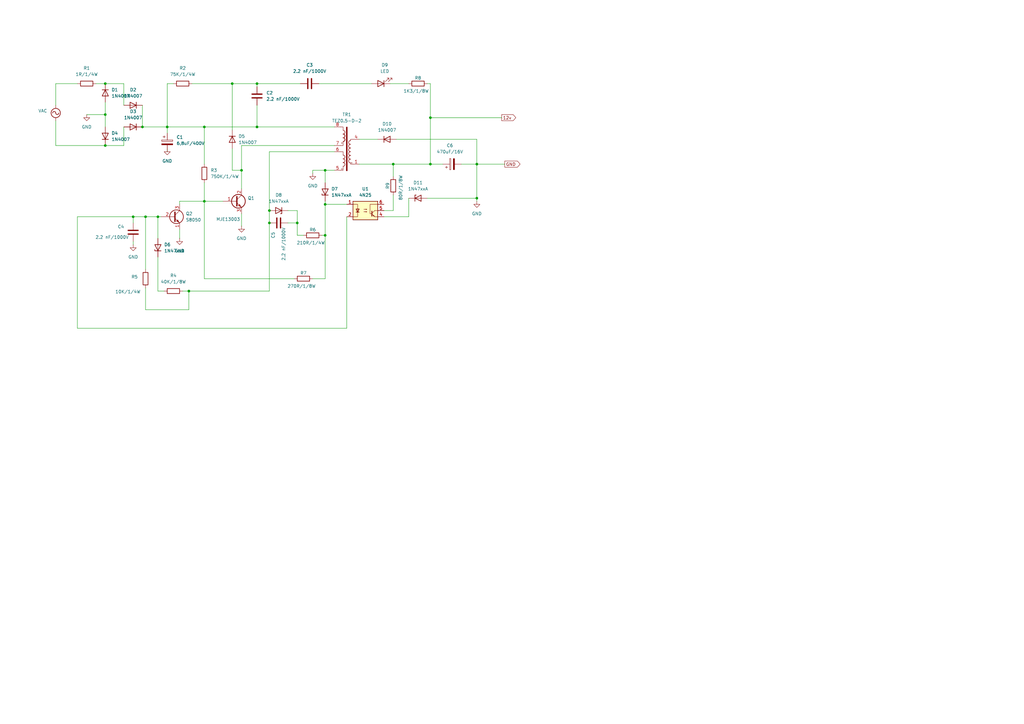
<source format=kicad_sch>
(kicad_sch (version 20231120) (generator "eeschema") (generator_version "8.0")
  (paper "A3")
  (title_block (date "2024-09-10"))
  (lib_symbols
    (symbol "Device:C" (pin_numbers hide) (pin_names (offset 0.254))
      (property "Reference" "C" (at 0.635 2.54 0))
      (property "Value" "C" (at 0.635 -2.54 0))
      (symbol "C_0_1"
        (polyline (pts (xy -2.032 -0.762) (xy 2.032 -0.762)) (stroke (width 0.508)))
        (polyline (pts (xy -2.032 0.762) (xy 2.032 0.762)) (stroke (width 0.508)))
      )
      (symbol "C_1_1"
        (pin passive line (at 0 3.81 270) (length 2.794) (name "~") (number "1"))
        (pin passive line (at 0 -3.81 90) (length 2.794) (name "~") (number "2"))
      )
    )
    (symbol "Device:C_Polarized" (pin_numbers hide) (pin_names (offset 0.254))
      (property "Reference" "C" (at 0.635 2.54 0))
      (property "Value" "C_Polarized" (at 0.635 -2.54 0))
      (symbol "C_Polarized_0_1"
        (rectangle (start -2.286 0.508) (end 2.286 1.016))
        (polyline (pts (xy -1.778 2.286) (xy -0.762 2.286)))
        (polyline (pts (xy -1.27 2.794) (xy -1.27 1.778)))
        (rectangle (start 2.286 -0.508) (end -2.286 -1.016) (fill (type outline)))
      )
      (symbol "C_Polarized_1_1"
        (pin passive line (at 0 3.81 270) (length 2.794) (name "~") (number "1"))
        (pin passive line (at 0 -3.81 90) (length 2.794) (name "~") (number "2"))
      )
    )
    (symbol "Device:LED" (pin_numbers hide) (pin_names (offset 1.016) hide)
      (property "Reference" "D" (at 0 2.54 0))
      (property "Value" "LED" (at 0 -2.54 0))
      (symbol "LED_0_1"
        (polyline (pts (xy -1.27 -1.27) (xy -1.27 1.27)) (stroke (width 0.254)))
        (polyline (pts (xy -1.27 0) (xy 1.27 0)))
        (polyline (pts (xy 1.27 -1.27) (xy 1.27 1.27) (xy -1.27 0) (xy 1.27 -1.27)) (stroke (width 0.254)))
        (polyline (pts (xy -3.048 -0.762) (xy -4.572 -2.286) (xy -3.81 -2.286) (xy -4.572 -2.286) (xy -4.572 -1.524)))
        (polyline (pts (xy -1.778 -0.762) (xy -3.302 -2.286) (xy -2.54 -2.286) (xy -3.302 -2.286) (xy -3.302 -1.524)))
      )
      (symbol "LED_1_1"
        (pin passive line (at -3.81 0 0) (length 2.54) (name "K") (number "1"))
        (pin passive line (at 3.81 0 180) (length 2.54) (name "A") (number "2"))
      )
    )
    (symbol "Device:R" (pin_numbers hide) (pin_names (offset 0))
      (property "Reference" "R" (at 2.032 0 90))
      (property "Value" "R" (at 0 0 90))
      (symbol "R_0_1"
        (rectangle (start -1.016 -2.54) (end 1.016 2.54) (stroke (width 0.254)))
      )
      (symbol "R_1_1"
        (pin passive line (at 0 3.81 270) (length 1.27) (name "~") (number "1"))
        (pin passive line (at 0 -3.81 90) (length 1.27) (name "~") (number "2"))
      )
    )
    (symbol "Diode:1N4007" (pin_numbers hide) (pin_names hide)
      (property "Reference" "D" (at 0 2.54 0))
      (property "Value" "1N4007" (at 0 -2.54 0))
      (symbol "1N4007_0_1"
        (polyline (pts (xy -1.27 1.27) (xy -1.27 -1.27)) (stroke (width 0.254)))
        (polyline (pts (xy 1.27 0) (xy -1.27 0)))
        (polyline (pts (xy 1.27 1.27) (xy 1.27 -1.27) (xy -1.27 0) (xy 1.27 1.27)) (stroke (width 0.254)))
      )
      (symbol "1N4007_1_1"
        (pin passive line (at -3.81 0 0) (length 2.54) (name "K") (number "1"))
        (pin passive line (at 3.81 0 180) (length 2.54) (name "A") (number "2"))
      )
    )
    (symbol "Diode:1N47xxA" (pin_numbers hide) (pin_names hide)
      (property "Reference" "D" (at 0 2.54 0))
      (property "Value" "1N47xxA" (at 0 -2.54 0))
      (symbol "1N47xxA_0_1"
        (polyline (pts (xy 1.27 0) (xy -1.27 0)))
        (polyline (pts (xy -1.27 -1.27) (xy -1.27 1.27) (xy -0.762 1.27)) (stroke (width 0.254)))
        (polyline (pts (xy 1.27 -1.27) (xy 1.27 1.27) (xy -1.27 0) (xy 1.27 -1.27)) (stroke (width 0.254)))
      )
      (symbol "1N47xxA_1_1"
        (pin passive line (at -3.81 0 0) (length 2.54) (name "K") (number "1"))
        (pin passive line (at 3.81 0 180) (length 2.54) (name "A") (number "2"))
      )
    )
    (symbol "Isolator:4N25" (pin_names (offset 1.016))
      (property "Reference" "U" (at -5.08 5.08 0))
      (property "Value" "4N25" (at 0 5.08 0))
      (symbol "4N25_0_1"
        (rectangle (start -5.08 3.81) (end 5.08 -3.81) (stroke (width 0.254)) (fill (type background)))
        (polyline (pts (xy -3.81 -0.635) (xy -2.54 -0.635)) (stroke (width 0.254)))
        (polyline (pts (xy 2.667 -1.397) (xy 3.81 -2.54)))
        (polyline (pts (xy 2.667 -1.143) (xy 3.81 0)))
        (polyline (pts (xy 3.81 -2.54) (xy 5.08 -2.54)))
        (polyline (pts (xy 3.81 0) (xy 5.08 0)))
        (polyline (pts (xy 2.667 -0.254) (xy 2.667 -2.286) (xy 2.667 -2.286)) (stroke (width 0.3556)))
        (polyline (pts (xy -5.08 -2.54) (xy -3.175 -2.54) (xy -3.175 2.54) (xy -5.08 2.54)))
        (polyline (pts (xy -3.175 -0.635) (xy -3.81 0.635) (xy -2.54 0.635) (xy -3.175 -0.635)) (stroke (width 0.254)))
        (polyline (pts (xy 3.683 -2.413) (xy 3.429 -1.905) (xy 3.175 -2.159) (xy 3.683 -2.413)))
        (polyline (pts (xy 5.08 2.54) (xy 1.905 2.54) (xy 1.905 -1.27) (xy 2.54 -1.27)))
        (polyline (pts (xy -0.635 -0.508) (xy 0.635 -0.508) (xy 0.254 -0.635) (xy 0.254 -0.381) (xy 0.635 -0.508)))
        (polyline (pts (xy -0.635 0.508) (xy 0.635 0.508) (xy 0.254 0.381) (xy 0.254 0.635) (xy 0.635 0.508)))
      )
      (symbol "4N25_1_1"
        (pin passive line (at -7.62 2.54 0) (length 2.54) (name "~") (number "1"))
        (pin passive line (at -7.62 -2.54 0) (length 2.54) (name "~") (number "2"))
        (pin no_connect line (at -5.08 0 0) (length 2.54) hide (name "NC") (number "3"))
        (pin passive line (at 7.62 -2.54 180) (length 2.54) (name "~") (number "4"))
        (pin passive line (at 7.62 0 180) (length 2.54) (name "~") (number "5"))
        (pin passive line (at 7.62 2.54 180) (length 2.54) (name "~") (number "6"))
      )
    )
    (symbol "Transformer:TEZ0.5-D-2" (pin_names (offset 0.0254))
      (property "Reference" "TR" (at 0 8.89 0))
      (property "Value" "TEZ0.5-D-2" (at 0 -11.43 0))
      (symbol "TEZ0.5-D-2_0_1"
        (circle (center -2.032 4.572) (radius 0.127))
        (arc (start -1.524 -4.572) (mid -0.7653 -3.81) (end -1.524 -3.048) (stroke (width 0.2032)))
        (arc (start -1.524 -3.048) (mid -0.7653 -2.286) (end -1.524 -1.524) (stroke (width 0.2032)))
        (arc (start -1.524 -1.524) (mid -0.7653 -0.762) (end -1.524 0) (stroke (width 0.2032)))
        (arc (start -1.524 0) (mid -0.7653 0.762) (end -1.524 1.524) (stroke (width 0.2032)))
        (arc (start -1.524 1.524) (mid -0.7653 2.286) (end -1.524 3.048) (stroke (width 0.2032)))
        (arc (start -1.524 3.048) (mid -0.7653 3.81) (end -1.524 4.572) (stroke (width 0.2032)))
        (rectangle (start -0.254 7.874) (end 0.254 -10.16) (stroke (width 0.0254)) (fill (type outline)))
        (polyline (pts (xy -1.524 -4.572) (xy -1.524 -5.08) (xy -2.54 -5.08)))
        (polyline (pts (xy -1.524 4.572) (xy -1.524 5.08) (xy -2.54 5.08)))
        (polyline (pts (xy 1.524 -8.89) (xy 1.524 -10.16) (xy 2.54 -10.16)))
        (polyline (pts (xy 2.54 -2.54) (xy 1.524 -2.54) (xy 1.524 -4.064)))
        (polyline (pts (xy 2.54 0) (xy 1.524 0) (xy 1.524 1.27)))
        (polyline (pts (xy 2.54 7.62) (xy 1.524 7.62) (xy 1.524 6.096)))
        (arc (start 1.524 -7.239) (mid 0.7653 -8.001) (end 1.524 -8.763) (stroke (width 0.2032)))
        (arc (start 1.524 -5.715) (mid 0.7653 -6.477) (end 1.524 -7.239) (stroke (width 0.2032)))
        (arc (start 1.524 -5.715) (mid 0.7653 -6.477) (end 1.524 -7.239) (stroke (width 0.2032)))
        (arc (start 1.524 -4.191) (mid 0.7653 -4.953) (end 1.524 -5.715) (stroke (width 0.2032)))
        (arc (start 1.524 -4.191) (mid 0.7653 -4.953) (end 1.524 -5.715) (stroke (width 0.2032)))
        (arc (start 1.524 2.921) (mid 0.7653 2.159) (end 1.524 1.397) (stroke (width 0.2032)))
        (arc (start 1.524 4.445) (mid 0.7653 3.683) (end 1.524 2.921) (stroke (width 0.2032)))
        (arc (start 1.524 5.969) (mid 0.7653 5.207) (end 1.524 4.445) (stroke (width 0.2032)))
        (circle (center 2.032 -3.556) (radius 0.127))
        (circle (center 2.032 7.112) (radius 0.127))
      )
      (symbol "TEZ0.5-D-2_1_1"
        (pin passive line (at -5.08 5.08 0) (length 2.54) (name "~") (number "1"))
        (pin passive line (at -5.08 -5.08 0) (length 2.54) (name "~") (number "4"))
        (pin passive line (at 5.08 7.62 180) (length 2.54) (name "~") (number "5"))
        (pin passive line (at 5.08 0 180) (length 2.54) (name "~") (number "6"))
        (pin passive line (at 5.08 -2.54 180) (length 2.54) (name "~") (number "7"))
        (pin passive line (at 5.08 -10.16 180) (length 2.54) (name "~") (number "8"))
      )
    )
    (symbol "Transistor_BJT:MJE13003" (pin_names (offset 0) hide)
      (property "Reference" "Q" (at 5.08 1.905 0))
      (property "Value" "MJE13003" (at 5.08 0 0))
      (symbol "MJE13003_0_1"
        (polyline (pts (xy 0 0) (xy 0.635 0)))
        (polyline (pts (xy 2.54 -2.54) (xy 0.635 -0.635)))
        (polyline (pts (xy 2.54 2.54) (xy 0.635 0.635)))
        (polyline (pts (xy 0.635 1.905) (xy 0.635 -1.905) (xy 0.635 -1.905)) (stroke (width 0.508)) (fill (type outline)))
        (polyline (pts (xy 1.2446 -1.778) (xy 1.7526 -1.27) (xy 2.286 -2.286) (xy 1.2446 -1.778) (xy 1.2446 -1.778)) (fill (type outline)))
        (circle (center 1.27 0) (radius 2.8194) (stroke (width 0.3048)))
      )
      (symbol "MJE13003_1_1"
        (pin input line (at -5.08 0 0) (length 5.08) (name "B") (number "1"))
        (pin passive line (at 2.54 5.08 270) (length 2.54) (name "C") (number "2"))
        (pin passive line (at 2.54 -5.08 90) (length 2.54) (name "E") (number "3"))
      )
    )
    (symbol "Transistor_BJT:S8050" (pin_names (offset 0) hide)
      (property "Reference" "Q" (at 5.08 1.905 0))
      (property "Value" "S8050" (at 5.08 0 0))
      (symbol "S8050_0_1"
        (polyline (pts (xy 0 0) (xy 0.635 0)))
        (polyline (pts (xy 0.635 0.635) (xy 2.54 2.54)))
        (polyline (pts (xy 0.635 -0.635) (xy 2.54 -2.54) (xy 2.54 -2.54)))
        (polyline (pts (xy 0.635 1.905) (xy 0.635 -1.905) (xy 0.635 -1.905)) (stroke (width 0.508)))
        (polyline (pts (xy 1.27 -1.778) (xy 1.778 -1.27) (xy 2.286 -2.286) (xy 1.27 -1.778) (xy 1.27 -1.778)) (fill (type outline)))
        (circle (center 1.27 0) (radius 2.8194) (stroke (width 0.254)))
      )
      (symbol "S8050_1_1"
        (pin passive line (at 2.54 -5.08 90) (length 2.54) (name "E") (number "1"))
        (pin input line (at -5.08 0 0) (length 5.08) (name "B") (number "2"))
        (pin passive line (at 2.54 5.08 270) (length 2.54) (name "C") (number "3"))
      )
    )
    (symbol "power:GND" (power) (pin_numbers hide) (pin_names (offset 0) hide)
      (property "Value" "GND" (at 0 -3.81 0))
      (symbol "GND_0_1"
        (polyline (pts (xy 0 0) (xy 0 -1.27) (xy 1.27 -1.27) (xy 0 -2.54) (xy -1.27 -1.27) (xy 0 -1.27)))
      )
      (symbol "GND_1_1"
        (pin power_in line (at 0 0 270) (length 0) (name "~") (number "1"))
      )
    )
    (symbol "power:VAC" (power) (pin_numbers hide) (pin_names (offset 0) hide)
      (property "Value" "VAC" (at 0 7.62 0))
      (symbol "VAC_0_1"
        (polyline (pts (xy 0 0) (xy 0 1.27)))
        (polyline (pts (xy 0 5.08) (xy 0 6.35)))
        (arc (start 0 3.175) (mid -0.635 3.8073) (end -1.27 3.175) (stroke (width 0.254)))
        (arc (start 0 3.175) (mid 0.635 2.5427) (end 1.27 3.175) (stroke (width 0.254)))
        (circle (center 0 3.175) (radius 1.905) (stroke (width 0.254)))
      )
      (symbol "VAC_1_1"
        (pin power_in line (at 0 6.35 270) (length 0) (name "F") (number "1"))
        (pin power_in line (at 0 0 90) (length 0) (name "N") (number "1"))
      )
    )
  )
  (junction (at 95.25 34.29))
  (junction (at 43.18 34.29))
  (junction (at 121.92 91.44))
  (junction (at 58.42 52.07))
  (junction (at 161.29 67.31))
  (junction (at 43.18 59.69))
  (junction (at 43.18 46.99))
  (junction (at 133.35 83.82))
  (junction (at 176.53 67.31))
  (junction (at 54.61 88.9))
  (junction (at 105.41 52.07))
  (junction (at 64.77 88.9))
  (junction (at 195.58 81.28))
  (junction (at 83.82 52.07))
  (junction (at 110.49 91.44))
  (junction (at 68.58 52.07))
  (junction (at 83.82 82.55))
  (junction (at 77.47 119.38))
  (junction (at 133.35 69.85))
  (junction (at 133.35 96.52))
  (junction (at 99.06 69.85))
  (junction (at 176.53 48.26))
  (junction (at 195.58 67.31))
  (junction (at 110.49 86.36))
  (junction (at 105.41 34.29))
  (junction (at 59.69 88.9))
  (wire (pts (xy 161.29 86.36) (xy 157.48 86.36)))
  (wire (pts (xy 99.06 59.69) (xy 137.16 59.69)))
  (wire (pts (xy 181.61 67.31) (xy 176.53 67.31)))
  (wire (pts (xy 59.69 88.9) (xy 54.61 88.9)))
  (wire (pts (xy 71.12 34.29) (xy 68.58 34.29)))
  (wire (pts (xy 43.18 41.91) (xy 43.18 46.99)))
  (wire (pts (xy 105.41 34.29) (xy 95.25 34.29)))
  (wire (pts (xy 22.86 59.69) (xy 43.18 59.69)))
  (wire (pts (xy 54.61 99.06) (xy 54.61 100.33)))
  (wire (pts (xy 128.27 69.85) (xy 133.35 69.85)))
  (wire (pts (xy 77.47 127) (xy 77.47 119.38)))
  (wire (pts (xy 22.86 34.29) (xy 31.75 34.29)))
  (wire (pts (xy 68.58 62.23) (xy 68.58 60.96)))
  (wire (pts (xy 128.27 71.12) (xy 128.27 69.85)))
  (wire (pts (xy 95.25 69.85) (xy 99.06 69.85)))
  (wire (pts (xy 161.29 80.01) (xy 161.29 86.36)))
  (wire (pts (xy 73.66 82.55) (xy 83.82 82.55)))
  (wire (pts (xy 64.77 105.41) (xy 64.77 119.38)))
  (wire (pts (xy 54.61 88.9) (xy 54.61 91.44)))
  (wire (pts (xy 68.58 52.07) (xy 58.42 52.07)))
  (wire (pts (xy 118.11 86.36) (xy 121.92 86.36)))
  (wire (pts (xy 133.35 83.82) (xy 133.35 96.52)))
  (wire (pts (xy 121.92 91.44) (xy 121.92 96.52)))
  (wire (pts (xy 142.24 88.9) (xy 142.24 134.62)))
  (wire (pts (xy 176.53 34.29) (xy 176.53 48.26)))
  (wire (pts (xy 105.41 43.18) (xy 105.41 52.07)))
  (wire (pts (xy 121.92 96.52) (xy 124.46 96.52)))
  (wire (pts (xy 74.93 119.38) (xy 77.47 119.38)))
  (wire (pts (xy 83.82 52.07) (xy 105.41 52.07)))
  (wire (pts (xy 120.65 114.3) (xy 83.82 114.3)))
  (wire (pts (xy 137.16 69.85) (xy 133.35 69.85)))
  (wire (pts (xy 110.49 62.23) (xy 110.49 86.36)))
  (wire (pts (xy 83.82 82.55) (xy 83.82 74.93)))
  (wire (pts (xy 195.58 81.28) (xy 195.58 82.55)))
  (wire (pts (xy 50.8 43.18) (xy 50.8 34.29)))
  (wire (pts (xy 176.53 48.26) (xy 176.53 67.31)))
  (wire (pts (xy 31.75 88.9) (xy 54.61 88.9)))
  (wire (pts (xy 59.69 118.11) (xy 59.69 127)))
  (wire (pts (xy 133.35 96.52) (xy 133.35 114.3)))
  (wire (pts (xy 176.53 48.26) (xy 205.74 48.26)))
  (wire (pts (xy 99.06 59.69) (xy 99.06 69.85)))
  (wire (pts (xy 68.58 52.07) (xy 83.82 52.07)))
  (wire (pts (xy 105.41 34.29) (xy 123.19 34.29)))
  (wire (pts (xy 77.47 119.38) (xy 110.49 119.38)))
  (wire (pts (xy 147.32 67.31) (xy 161.29 67.31)))
  (wire (pts (xy 73.66 93.98) (xy 73.66 97.79)))
  (wire (pts (xy 121.92 91.44) (xy 118.11 91.44)))
  (wire (pts (xy 161.29 67.31) (xy 161.29 72.39)))
  (wire (pts (xy 195.58 57.15) (xy 195.58 67.31)))
  (wire (pts (xy 43.18 46.99) (xy 35.56 46.99)))
  (wire (pts (xy 142.24 83.82) (xy 133.35 83.82)))
  (wire (pts (xy 133.35 96.52) (xy 132.08 96.52)))
  (wire (pts (xy 50.8 52.07) (xy 50.8 59.69)))
  (wire (pts (xy 189.23 67.31) (xy 195.58 67.31)))
  (wire (pts (xy 110.49 62.23) (xy 137.16 62.23)))
  (wire (pts (xy 121.92 86.36) (xy 121.92 91.44)))
  (wire (pts (xy 58.42 43.18) (xy 58.42 52.07)))
  (wire (pts (xy 95.25 34.29) (xy 95.25 53.34)))
  (wire (pts (xy 68.58 52.07) (xy 68.58 54.61)))
  (wire (pts (xy 67.31 119.38) (xy 64.77 119.38)))
  (wire (pts (xy 43.18 34.29) (xy 50.8 34.29)))
  (wire (pts (xy 73.66 83.82) (xy 73.66 82.55)))
  (wire (pts (xy 105.41 52.07) (xy 137.16 52.07)))
  (wire (pts (xy 195.58 67.31) (xy 207.01 67.31)))
  (wire (pts (xy 162.56 57.15) (xy 195.58 57.15)))
  (wire (pts (xy 133.35 83.82) (xy 133.35 82.55)))
  (wire (pts (xy 128.27 114.3) (xy 133.35 114.3)))
  (wire (pts (xy 147.32 57.15) (xy 154.94 57.15)))
  (wire (pts (xy 59.69 127) (xy 77.47 127)))
  (wire (pts (xy 68.58 34.29) (xy 68.58 52.07)))
  (wire (pts (xy 160.02 34.29) (xy 167.64 34.29)))
  (wire (pts (xy 195.58 67.31) (xy 195.58 81.28)))
  (wire (pts (xy 175.26 81.28) (xy 195.58 81.28)))
  (wire (pts (xy 110.49 91.44) (xy 110.49 119.38)))
  (wire (pts (xy 99.06 87.63) (xy 99.06 92.71)))
  (wire (pts (xy 161.29 67.31) (xy 176.53 67.31)))
  (wire (pts (xy 59.69 88.9) (xy 59.69 110.49)))
  (wire (pts (xy 133.35 69.85) (xy 133.35 74.93)))
  (wire (pts (xy 142.24 134.62) (xy 31.75 134.62)))
  (wire (pts (xy 110.49 86.36) (xy 110.49 91.44)))
  (wire (pts (xy 22.86 49.53) (xy 22.86 59.69)))
  (wire (pts (xy 22.86 43.18) (xy 22.86 34.29)))
  (wire (pts (xy 83.82 67.31) (xy 83.82 52.07)))
  (wire (pts (xy 99.06 77.47) (xy 99.06 69.85)))
  (wire (pts (xy 83.82 82.55) (xy 91.44 82.55)))
  (wire (pts (xy 167.64 81.28) (xy 167.64 88.9)))
  (wire (pts (xy 43.18 59.69) (xy 50.8 59.69)))
  (wire (pts (xy 64.77 88.9) (xy 64.77 97.79)))
  (wire (pts (xy 175.26 34.29) (xy 176.53 34.29)))
  (wire (pts (xy 130.81 34.29) (xy 152.4 34.29)))
  (wire (pts (xy 66.04 88.9) (xy 64.77 88.9)))
  (wire (pts (xy 105.41 35.56) (xy 105.41 34.29)))
  (wire (pts (xy 83.82 114.3) (xy 83.82 82.55)))
  (wire (pts (xy 157.48 88.9) (xy 167.64 88.9)))
  (wire (pts (xy 95.25 60.96) (xy 95.25 69.85)))
  (wire (pts (xy 39.37 34.29) (xy 43.18 34.29)))
  (wire (pts (xy 95.25 34.29) (xy 78.74 34.29)))
  (wire (pts (xy 31.75 134.62) (xy 31.75 88.9)))
  (wire (pts (xy 43.18 46.99) (xy 43.18 52.07)))
  (wire (pts (xy 64.77 88.9) (xy 59.69 88.9)))
  (global_label "12v" (shape output) (at 205.74 48.26 0) (property "Intersheetrefs" "${INTERSHEET_REFS}" (effects (hide yes))))
  (global_label "GND" (shape output) (at 207.01 67.31 0) (property "Intersheetrefs" "${INTERSHEET_REFS}" (effects (hide yes))))
  (symbol (lib_id "Transistor_BJT:MJE13003") (at 96.52 82.55 0) (unit 1)
    (property "Reference" "Q1" (at 101.6 81.2799 0) (effects (justify left)))
    (property "Value" "MJE13003" (at 88.646 89.916 0) (effects (justify left)))
    (property "Footprint" "Package_TO_SOT_THT:TO-126-3_Vertical" (effects (hide yes)))
    (property "Datasheet" "http://www.onsemi.com/pub_link/Collateral/MJE13003-D.PDF" (effects (hide yes)))
    (property "Description" "1.5A Ic, 400V Vce, Silicon Switching Power NPN Transistor, TO-225" (effects (hide yes)))
  )
  (symbol (lib_id "Diode:1N47xxA") (at 64.77 101.6 90) (unit 1)
    (property "Reference" "D6" (at 67.31 100.3299 90) (effects (justify right)))
    (property "Value" "1N47xxA" (at 67.31 102.8699 90) (effects (justify right)))
    (property "Footprint" "Diode_THT:D_DO-41_SOD81_P10.16mm_Horizontal" (effects (hide yes)))
    (property "Datasheet" "https://www.vishay.com/docs/85816/1n4728a.pdf" (effects (hide yes)))
    (property "Description" "1300mW Silicon planar power Zener diodes, DO-41" (effects (hide yes)))
  )
  (symbol (lib_id "Diode:1N4007") (at 43.18 55.88 90) (unit 1)
    (property "Reference" "D4" (at 45.72 54.6099 90) (effects (justify right)))
    (property "Value" "1N4007" (at 45.72 57.1499 90) (effects (justify right)))
    (property "Footprint" "Diode_THT:D_DO-41_SOD81_P10.16mm_Horizontal" (effects (hide yes)))
    (property "Datasheet" "http://www.vishay.com/docs/88503/1n4001.pdf" (effects (hide yes)))
    (property "Description" "1000V 1A General Purpose Rectifier Diode, DO-41" (effects (hide yes)))
    (property "Sim.Device" "D" (effects (hide yes)))
    (property "Sim.Pins" "1=K 2=A" (effects (hide yes)))
  )
  (symbol (lib_id "Diode:1N47xxA") (at 133.35 78.74 90) (unit 1)
    (property "Reference" "D7" (at 135.89 77.4699 90) (effects (justify right)))
    (property "Value" "1N47xxA" (at 135.89 80.0099 90) (effects (justify right)))
    (property "Footprint" "Diode_THT:D_DO-41_SOD81_P10.16mm_Horizontal" (effects (hide yes)))
    (property "Datasheet" "https://www.vishay.com/docs/85816/1n4728a.pdf" (effects (hide yes)))
    (property "Description" "1300mW Silicon planar power Zener diodes, DO-41" (effects (hide yes)))
  )
  (symbol (lib_id "Diode:1N4007") (at 43.18 38.1 270) (unit 1)
    (property "Reference" "D1" (at 45.72 36.8299 90) (effects (justify left)))
    (property "Value" "1N4007" (at 45.72 39.3699 90) (effects (justify left)))
    (property "Footprint" "Diode_THT:D_DO-41_SOD81_P10.16mm_Horizontal" (effects (hide yes)))
    (property "Datasheet" "http://www.vishay.com/docs/88503/1n4001.pdf" (effects (hide yes)))
    (property "Description" "1000V 1A General Purpose Rectifier Diode, DO-41" (effects (hide yes)))
    (property "Sim.Device" "D" (effects (hide yes)))
    (property "Sim.Pins" "1=K 2=A" (effects (hide yes)))
  )
  (symbol (lib_id "Device:R") (at 74.93 34.29 90) (unit 1)
    (property "Reference" "R2" (at 74.93 27.94 90))
    (property "Value" "75K/1/4W" (at 74.93 30.48 90))
    (property "Description" "Resistor" (effects (hide yes)))
  )
  (symbol (lib_id "Device:R") (at 59.69 114.3 0) (unit 1)
    (property "Reference" "R5" (at 53.848 113.538 0) (effects (justify left)))
    (property "Value" "10K/1/4W" (at 47.244 119.634 0) (effects (justify left)))
    (property "Description" "Resistor" (effects (hide yes)))
  )
  (symbol (lib_id "Device:LED") (at 156.21 34.29 180) (unit 1)
    (property "Reference" "D9" (at 157.7975 26.67 0))
    (property "Value" "LED" (at 157.7975 29.21 0))
    (property "Description" "Light emitting diode" (effects (hide yes)))
  )
  (symbol (lib_id "Device:R") (at 161.29 76.2 0) (unit 1)
    (property "Reference" "R9" (at 159.004 76.2 90))
    (property "Value" "80R/1/8W" (at 164.338 76.962 90))
    (property "Description" "Resistor" (effects (hide yes)))
  )
  (symbol (lib_id "Isolator:4N25") (at 149.86 86.36 0) (unit 1)
    (property "Reference" "U1" (at 149.86 77.47 0))
    (property "Value" "4N25" (at 149.86 80.01 0))
    (property "Footprint" "Package_DIP:DIP-6_W7.62mm" (effects (hide yes)))
    (property "Datasheet" "https://www.vishay.com/docs/83725/4n25.pdf" (effects (hide yes)))
    (property "Description" "DC Optocoupler Base Connected, Vce 30V, CTR 20%, Viso 2500V, DIP6" (effects (hide yes)))
  )
  (symbol (lib_id "Device:R") (at 124.46 114.3 270) (unit 1)
    (property "Reference" "R7" (at 124.46 112.014 90))
    (property "Value" "270R/1/8W" (at 123.698 117.348 90))
    (property "Description" "Resistor" (effects (hide yes)))
  )
  (symbol (lib_id "Device:R") (at 128.27 96.52 270) (unit 1)
    (property "Reference" "R6" (at 128.27 94.234 90))
    (property "Value" "210R/1/4W" (at 127.508 99.568 90))
    (property "Description" "Resistor" (effects (hide yes)))
  )
  (symbol (lib_id "Device:C_Polarized") (at 68.58 58.42 0) (unit 1)
    (property "Reference" "C1" (at 72.39 56.2609 0) (effects (justify left)))
    (property "Value" "6,8uF/400V" (at 72.39 58.8009 0) (effects (justify left)))
    (property "Description" "Polarized capacitor" (effects (hide yes)))
  )
  (symbol (lib_id "Device:R") (at 171.45 34.29 270) (unit 1)
    (property "Reference" "R8" (at 171.45 32.004 90))
    (property "Value" "1K3/1/8W" (at 170.688 37.338 90))
    (property "Description" "Resistor" (effects (hide yes)))
  )
  (symbol (lib_id "Device:C") (at 114.3 91.44 270) (unit 1)
    (property "Reference" "C5" (at 112.014 97.79 0) (effects (justify right)))
    (property "Value" "2.2 nF/1000V" (at 116.332 106.934 0) (effects (justify right)))
    (property "Description" "Unpolarized capacitor" (effects (hide yes)))
  )
  (symbol (lib_id "power:GND") (at 54.61 100.33 0) (unit 1)
    (property "Reference" "#PWR06" (effects (hide yes)))
    (property "Value" "GND" (at 54.61 105.41 0))
    (property "Description" "Power symbol creates a global label with name \"GND\" , ground" (effects (hide yes)))
  )
  (symbol (lib_id "Diode:1N4007") (at 95.25 57.15 270) (unit 1)
    (property "Reference" "D5" (at 97.79 55.8799 90) (effects (justify left)))
    (property "Value" "1N4007" (at 97.79 58.4199 90) (effects (justify left)))
    (property "Footprint" "Diode_THT:D_DO-41_SOD81_P10.16mm_Horizontal" (effects (hide yes)))
    (property "Datasheet" "http://www.vishay.com/docs/88503/1n4001.pdf" (effects (hide yes)))
    (property "Description" "1000V 1A General Purpose Rectifier Diode, DO-41" (effects (hide yes)))
    (property "Sim.Device" "D" (effects (hide yes)))
    (property "Sim.Pins" "1=K 2=A" (effects (hide yes)))
  )
  (symbol (lib_id "power:GND") (at 99.06 92.71 0) (unit 1)
    (property "Reference" "#PWR04" (effects (hide yes)))
    (property "Value" "GND" (at 99.06 97.79 0))
    (property "Description" "Power symbol creates a global label with name \"GND\" , ground" (effects (hide yes)))
  )
  (symbol (lib_id "power:VAC") (at 22.86 49.53 0) (unit 1)
    (property "Reference" "#PWR01" (effects (hide yes)))
    (property "Value" "VAC" (at 17.526 45.466 0))
    (property "Description" "Power symbol creates a global label with name \"VAC\"" (effects (hide yes)))
  )
  (symbol (lib_id "Diode:1N47xxA") (at 114.3 86.36 180) (unit 1)
    (property "Reference" "D8" (at 114.3 80.01 0))
    (property "Value" "1N47xxA" (at 114.3 82.55 0))
    (property "Footprint" "Diode_THT:D_DO-41_SOD81_P10.16mm_Horizontal" (effects (hide yes)))
    (property "Datasheet" "https://www.vishay.com/docs/85816/1n4728a.pdf" (effects (hide yes)))
    (property "Description" "1300mW Silicon planar power Zener diodes, DO-41" (effects (hide yes)))
  )
  (symbol (lib_id "power:GND") (at 128.27 71.12 0) (unit 1)
    (property "Reference" "#PWR07" (effects (hide yes)))
    (property "Value" "GND" (at 128.27 76.2 0))
    (property "Description" "Power symbol creates a global label with name \"GND\" , ground" (effects (hide yes)))
  )
  (symbol (lib_id "Device:C_Polarized") (at 185.42 67.31 90) (unit 1)
    (property "Reference" "C6" (at 184.531 59.69 90))
    (property "Value" "470uF/16V" (at 184.531 62.23 90))
    (property "Description" "Polarized capacitor" (effects (hide yes)))
  )
  (symbol (lib_id "Device:C") (at 127 34.29 90) (unit 1)
    (property "Reference" "C3" (at 127 26.67 90))
    (property "Value" "2.2 nF/1000V" (at 127 29.21 90))
    (property "Description" "Unpolarized capacitor" (effects (hide yes)))
  )
  (symbol (lib_id "Device:C") (at 105.41 39.37 0) (unit 1)
    (property "Reference" "C2" (at 109.22 38.0999 0) (effects (justify left)))
    (property "Value" "2.2 nF/1000V" (at 109.22 40.6399 0) (effects (justify left)))
    (property "Description" "Unpolarized capacitor" (effects (hide yes)))
  )
  (symbol (lib_id "Diode:1N4007") (at 158.75 57.15 0) (unit 1)
    (property "Reference" "D10" (at 158.75 50.8 0))
    (property "Value" "1N4007" (at 158.75 53.34 0))
    (property "Footprint" "Diode_THT:D_DO-41_SOD81_P10.16mm_Horizontal" (effects (hide yes)))
    (property "Datasheet" "http://www.vishay.com/docs/88503/1n4001.pdf" (effects (hide yes)))
    (property "Description" "1000V 1A General Purpose Rectifier Diode, DO-41" (effects (hide yes)))
    (property "Sim.Device" "D" (effects (hide yes)))
    (property "Sim.Pins" "1=K 2=A" (effects (hide yes)))
  )
  (symbol (lib_id "Device:R") (at 71.12 119.38 270) (unit 1)
    (property "Reference" "R4" (at 71.12 113.03 90))
    (property "Value" "40K/1/8W" (at 71.12 115.57 90))
    (property "Description" "Resistor" (effects (hide yes)))
  )
  (symbol (lib_id "Device:R") (at 35.56 34.29 90) (unit 1)
    (property "Reference" "R1" (at 35.56 27.94 90))
    (property "Value" "1R/1/4W" (at 35.56 30.48 90))
    (property "Description" "Resistor" (effects (hide yes)))
  )
  (symbol (lib_id "Device:R") (at 83.82 71.12 180) (unit 1)
    (property "Reference" "R3" (at 86.36 69.8499 0) (effects (justify right)))
    (property "Value" "750K/1/4W" (at 86.36 72.3899 0) (effects (justify right)))
    (property "Description" "Resistor" (effects (hide yes)))
  )
  (symbol (lib_id "Diode:1N4007") (at 54.61 52.07 180) (unit 1)
    (property "Reference" "D3" (at 54.61 45.72 0))
    (property "Value" "1N4007" (at 54.61 48.26 0))
    (property "Footprint" "Diode_THT:D_DO-41_SOD81_P10.16mm_Horizontal" (effects (hide yes)))
    (property "Datasheet" "http://www.vishay.com/docs/88503/1n4001.pdf" (effects (hide yes)))
    (property "Description" "1000V 1A General Purpose Rectifier Diode, DO-41" (effects (hide yes)))
    (property "Sim.Device" "D" (effects (hide yes)))
    (property "Sim.Pins" "1=K 2=A" (effects (hide yes)))
  )
  (symbol (lib_id "power:GND") (at 195.58 82.55 0) (unit 1)
    (property "Reference" "#PWR08" (effects (hide yes)))
    (property "Value" "GND" (at 195.58 87.63 0))
    (property "Description" "Power symbol creates a global label with name \"GND\" , ground" (effects (hide yes)))
  )
  (symbol (lib_id "power:GND") (at 73.66 97.79 0) (unit 1)
    (property "Reference" "#PWR05" (effects (hide yes)))
    (property "Value" "GND" (at 73.66 102.87 0))
    (property "Description" "Power symbol creates a global label with name \"GND\" , ground" (effects (hide yes)))
  )
  (symbol (lib_id "Device:C") (at 54.61 95.25 180) (unit 1)
    (property "Reference" "C4" (at 48.26 92.964 0) (effects (justify right)))
    (property "Value" "2.2 nF/1000V" (at 39.116 97.282 0) (effects (justify right)))
    (property "Description" "Unpolarized capacitor" (effects (hide yes)))
  )
  (symbol (lib_id "power:GND") (at 68.58 60.96 0) (unit 1)
    (property "Reference" "#PWR03" (effects (hide yes)))
    (property "Value" "GND" (at 68.58 66.04 0))
    (property "Description" "Power symbol creates a global label with name \"GND\" , ground" (effects (hide yes)))
  )
  (symbol (lib_id "Transistor_BJT:S8050") (at 71.12 88.9 0) (unit 1)
    (property "Reference" "Q2" (at 76.2 87.6299 0) (effects (justify left)))
    (property "Value" "S8050" (at 76.2 90.1699 0) (effects (justify left)))
    (property "Footprint" "Package_TO_SOT_THT:TO-92_Inline" (effects (hide yes)))
    (property "Datasheet" "http://www.unisonic.com.tw/datasheet/S8050.pdf" (effects (hide yes)))
    (property "Description" "0.7A Ic, 20V Vce, Low Voltage High Current NPN Transistor, TO-92" (effects (hide yes)))
  )
  (symbol (lib_id "Diode:1N4007") (at 54.61 43.18 180) (unit 1)
    (property "Reference" "D2" (at 54.61 36.83 0))
    (property "Value" "1N4007" (at 54.61 39.37 0))
    (property "Footprint" "Diode_THT:D_DO-41_SOD81_P10.16mm_Horizontal" (effects (hide yes)))
    (property "Datasheet" "http://www.vishay.com/docs/88503/1n4001.pdf" (effects (hide yes)))
    (property "Description" "1000V 1A General Purpose Rectifier Diode, DO-41" (effects (hide yes)))
    (property "Sim.Device" "D" (effects (hide yes)))
    (property "Sim.Pins" "1=K 2=A" (effects (hide yes)))
  )
  (symbol (lib_id "Transformer:TEZ0.5-D-2") (at 142.24 62.23 180) (unit 1)
    (property "Reference" "TR1" (at 142.24 46.99 0))
    (property "Value" "TEZ0.5-D-2" (at 142.24 49.53 0))
    (property "Footprint" "Transformer_THT:Transformer_Breve_TEZ-22x24" (effects (hide yes)))
    (property "Datasheet" "http://www.breve.pl/pdf/ANG/TEZ_ang.pdf" (effects (hide yes)))
    (property "Description" "TEZ0.5/D/x-x, 0.5VA, Dual Secondary, Cast Resin Transformer, PCB" (effects (hide yes)))
  )
  (symbol (lib_id "Diode:1N47xxA") (at 171.45 81.28 0) (unit 1)
    (property "Reference" "D11" (at 171.45 74.93 0))
    (property "Value" "1N47xxA" (at 171.45 77.47 0))
    (property "Footprint" "Diode_THT:D_DO-41_SOD81_P10.16mm_Horizontal" (effects (hide yes)))
    (property "Datasheet" "https://www.vishay.com/docs/85816/1n4728a.pdf" (effects (hide yes)))
    (property "Description" "1300mW Silicon planar power Zener diodes, DO-41" (effects (hide yes)))
  )
  (symbol (lib_id "power:GND") (at 35.56 46.99 0) (unit 1)
    (property "Reference" "#PWR02" (effects (hide yes)))
    (property "Value" "GND" (at 35.56 52.07 0))
    (property "Description" "Power symbol creates a global label with name \"GND\" , ground" (effects (hide yes)))
  )
)
</source>
